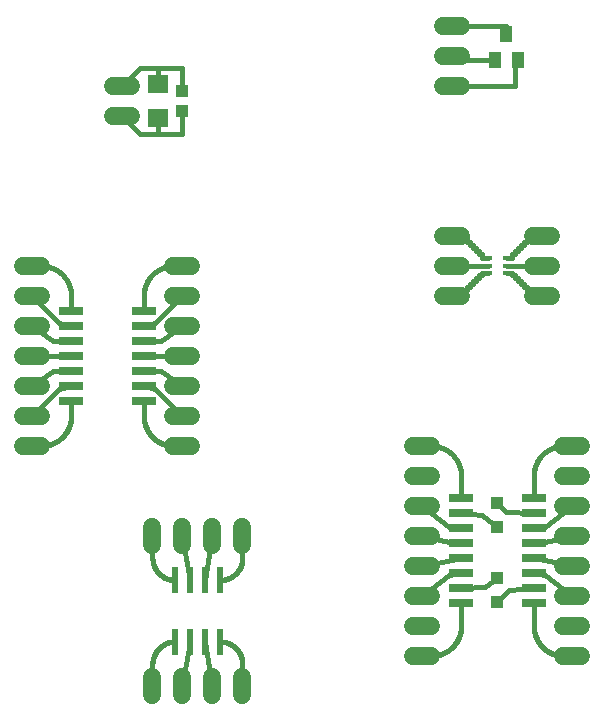
<source format=gtl>
G75*
%MOIN*%
%OFA0B0*%
%FSLAX25Y25*%
%IPPOS*%
%LPD*%
%AMOC8*
5,1,8,0,0,1.08239X$1,22.5*
%
%ADD10R,0.02756X0.01181*%
%ADD11C,0.06000*%
%ADD12R,0.03937X0.05512*%
%ADD13R,0.04331X0.03937*%
%ADD14R,0.07098X0.06299*%
%ADD15R,0.08000X0.02600*%
%ADD16R,0.02362X0.08661*%
%ADD17C,0.01600*%
%ADD18R,0.03962X0.03962*%
D10*
X0217162Y0159954D03*
X0217162Y0162513D03*
X0217162Y0165072D03*
X0223461Y0165072D03*
X0223461Y0162513D03*
X0223461Y0159954D03*
D11*
X0068312Y0102513D02*
X0062312Y0102513D01*
X0062312Y0112513D02*
X0068312Y0112513D01*
X0068312Y0122513D02*
X0062312Y0122513D01*
X0062312Y0132513D02*
X0068312Y0132513D01*
X0068312Y0142513D02*
X0062312Y0142513D01*
X0062312Y0152513D02*
X0068312Y0152513D01*
X0068312Y0162513D02*
X0062312Y0162513D01*
X0112312Y0162513D02*
X0118312Y0162513D01*
X0118312Y0152513D02*
X0112312Y0152513D01*
X0112312Y0142513D02*
X0118312Y0142513D01*
X0118312Y0132513D02*
X0112312Y0132513D01*
X0112312Y0122513D02*
X0118312Y0122513D01*
X0118312Y0112513D02*
X0112312Y0112513D01*
X0112312Y0102513D02*
X0118312Y0102513D01*
X0115312Y0075513D02*
X0115312Y0069513D01*
X0105312Y0069513D02*
X0105312Y0075513D01*
X0125312Y0075513D02*
X0125312Y0069513D01*
X0135312Y0069513D02*
X0135312Y0075513D01*
X0135312Y0025513D02*
X0135312Y0019513D01*
X0125312Y0019513D02*
X0125312Y0025513D01*
X0115312Y0025513D02*
X0115312Y0019513D01*
X0105312Y0019513D02*
X0105312Y0025513D01*
X0192312Y0032513D02*
X0198312Y0032513D01*
X0198312Y0042513D02*
X0192312Y0042513D01*
X0192312Y0052513D02*
X0198312Y0052513D01*
X0198312Y0062513D02*
X0192312Y0062513D01*
X0192312Y0072513D02*
X0198312Y0072513D01*
X0198312Y0082513D02*
X0192312Y0082513D01*
X0192312Y0092513D02*
X0198312Y0092513D01*
X0198312Y0102513D02*
X0192312Y0102513D01*
X0242312Y0102513D02*
X0248312Y0102513D01*
X0248312Y0092513D02*
X0242312Y0092513D01*
X0242312Y0082513D02*
X0248312Y0082513D01*
X0248312Y0072513D02*
X0242312Y0072513D01*
X0242312Y0062513D02*
X0248312Y0062513D01*
X0248312Y0052513D02*
X0242312Y0052513D01*
X0242312Y0042513D02*
X0248312Y0042513D01*
X0248312Y0032513D02*
X0242312Y0032513D01*
X0238312Y0152513D02*
X0232312Y0152513D01*
X0232312Y0162513D02*
X0238312Y0162513D01*
X0238312Y0172513D02*
X0232312Y0172513D01*
X0208312Y0172513D02*
X0202312Y0172513D01*
X0202312Y0162513D02*
X0208312Y0162513D01*
X0208312Y0152513D02*
X0202312Y0152513D01*
X0202312Y0222513D02*
X0208312Y0222513D01*
X0208312Y0232513D02*
X0202312Y0232513D01*
X0202312Y0242513D02*
X0208312Y0242513D01*
X0098312Y0222513D02*
X0092312Y0222513D01*
X0092312Y0212513D02*
X0098312Y0212513D01*
D12*
X0219572Y0231182D03*
X0227052Y0231182D03*
X0223312Y0239843D03*
D13*
X0115312Y0220859D03*
X0115312Y0214166D03*
D14*
X0107312Y0211914D03*
X0107312Y0223111D03*
D15*
X0102412Y0147513D03*
X0102412Y0142513D03*
X0102412Y0137513D03*
X0102412Y0132513D03*
X0102412Y0127513D03*
X0102412Y0122513D03*
X0102412Y0117513D03*
X0078212Y0117513D03*
X0078212Y0122513D03*
X0078212Y0127513D03*
X0078212Y0132513D03*
X0078212Y0137513D03*
X0078212Y0142513D03*
X0078212Y0147513D03*
X0208212Y0085013D03*
X0208212Y0080013D03*
X0208212Y0075013D03*
X0208212Y0070013D03*
X0208212Y0065013D03*
X0208212Y0060013D03*
X0208212Y0055013D03*
X0208212Y0050013D03*
X0232412Y0050013D03*
X0232412Y0055013D03*
X0232412Y0060013D03*
X0232412Y0065013D03*
X0232412Y0070013D03*
X0232412Y0075013D03*
X0232412Y0080013D03*
X0232412Y0085013D03*
D16*
X0127812Y0057749D03*
X0122812Y0057749D03*
X0117812Y0057749D03*
X0112812Y0057749D03*
X0112812Y0037277D03*
X0117812Y0037277D03*
X0122812Y0037277D03*
X0127812Y0037277D03*
D17*
X0122812Y0037277D02*
X0125312Y0022513D01*
X0135312Y0029777D02*
X0135310Y0029958D01*
X0135303Y0030139D01*
X0135292Y0030320D01*
X0135277Y0030501D01*
X0135257Y0030681D01*
X0135233Y0030861D01*
X0135205Y0031040D01*
X0135172Y0031218D01*
X0135135Y0031395D01*
X0135094Y0031572D01*
X0135049Y0031747D01*
X0134999Y0031922D01*
X0134945Y0032095D01*
X0134887Y0032266D01*
X0134825Y0032437D01*
X0134758Y0032605D01*
X0134688Y0032772D01*
X0134614Y0032938D01*
X0134535Y0033101D01*
X0134453Y0033262D01*
X0134367Y0033422D01*
X0134277Y0033579D01*
X0134183Y0033734D01*
X0134086Y0033887D01*
X0133984Y0034037D01*
X0133880Y0034185D01*
X0133771Y0034331D01*
X0133660Y0034473D01*
X0133544Y0034613D01*
X0133426Y0034750D01*
X0133304Y0034885D01*
X0133179Y0035016D01*
X0133051Y0035144D01*
X0132920Y0035269D01*
X0132785Y0035391D01*
X0132648Y0035509D01*
X0132508Y0035625D01*
X0132366Y0035736D01*
X0132220Y0035845D01*
X0132072Y0035949D01*
X0131922Y0036051D01*
X0131769Y0036148D01*
X0131614Y0036242D01*
X0131457Y0036332D01*
X0131297Y0036418D01*
X0131136Y0036500D01*
X0130973Y0036579D01*
X0130807Y0036653D01*
X0130640Y0036723D01*
X0130472Y0036790D01*
X0130301Y0036852D01*
X0130130Y0036910D01*
X0129957Y0036964D01*
X0129782Y0037014D01*
X0129607Y0037059D01*
X0129430Y0037100D01*
X0129253Y0037137D01*
X0129075Y0037170D01*
X0128896Y0037198D01*
X0128716Y0037222D01*
X0128536Y0037242D01*
X0128355Y0037257D01*
X0128174Y0037268D01*
X0127993Y0037275D01*
X0127812Y0037277D01*
X0117812Y0037277D02*
X0115312Y0022513D01*
X0105312Y0029777D02*
X0105314Y0029958D01*
X0105321Y0030139D01*
X0105332Y0030320D01*
X0105347Y0030501D01*
X0105367Y0030681D01*
X0105391Y0030861D01*
X0105419Y0031040D01*
X0105452Y0031218D01*
X0105489Y0031395D01*
X0105530Y0031572D01*
X0105575Y0031747D01*
X0105625Y0031922D01*
X0105679Y0032095D01*
X0105737Y0032266D01*
X0105799Y0032437D01*
X0105866Y0032605D01*
X0105936Y0032772D01*
X0106010Y0032938D01*
X0106089Y0033101D01*
X0106171Y0033262D01*
X0106257Y0033422D01*
X0106347Y0033579D01*
X0106441Y0033734D01*
X0106538Y0033887D01*
X0106640Y0034037D01*
X0106744Y0034185D01*
X0106853Y0034331D01*
X0106964Y0034473D01*
X0107080Y0034613D01*
X0107198Y0034750D01*
X0107320Y0034885D01*
X0107445Y0035016D01*
X0107573Y0035144D01*
X0107704Y0035269D01*
X0107839Y0035391D01*
X0107976Y0035509D01*
X0108116Y0035625D01*
X0108258Y0035736D01*
X0108404Y0035845D01*
X0108552Y0035949D01*
X0108702Y0036051D01*
X0108855Y0036148D01*
X0109010Y0036242D01*
X0109167Y0036332D01*
X0109327Y0036418D01*
X0109488Y0036500D01*
X0109651Y0036579D01*
X0109817Y0036653D01*
X0109984Y0036723D01*
X0110152Y0036790D01*
X0110323Y0036852D01*
X0110494Y0036910D01*
X0110667Y0036964D01*
X0110842Y0037014D01*
X0111017Y0037059D01*
X0111194Y0037100D01*
X0111371Y0037137D01*
X0111549Y0037170D01*
X0111728Y0037198D01*
X0111908Y0037222D01*
X0112088Y0037242D01*
X0112269Y0037257D01*
X0112450Y0037268D01*
X0112631Y0037275D01*
X0112812Y0037277D01*
X0105312Y0029777D02*
X0105312Y0022513D01*
X0135312Y0022513D02*
X0135312Y0029777D01*
X0122812Y0057749D02*
X0125312Y0072513D01*
X0135312Y0065249D02*
X0135310Y0065068D01*
X0135303Y0064887D01*
X0135292Y0064706D01*
X0135277Y0064525D01*
X0135257Y0064345D01*
X0135233Y0064165D01*
X0135205Y0063986D01*
X0135172Y0063808D01*
X0135135Y0063631D01*
X0135094Y0063454D01*
X0135049Y0063279D01*
X0134999Y0063104D01*
X0134945Y0062931D01*
X0134887Y0062760D01*
X0134825Y0062589D01*
X0134758Y0062421D01*
X0134688Y0062254D01*
X0134614Y0062088D01*
X0134535Y0061925D01*
X0134453Y0061764D01*
X0134367Y0061604D01*
X0134277Y0061447D01*
X0134183Y0061292D01*
X0134086Y0061139D01*
X0133984Y0060989D01*
X0133880Y0060841D01*
X0133771Y0060695D01*
X0133660Y0060553D01*
X0133544Y0060413D01*
X0133426Y0060276D01*
X0133304Y0060141D01*
X0133179Y0060010D01*
X0133051Y0059882D01*
X0132920Y0059757D01*
X0132785Y0059635D01*
X0132648Y0059517D01*
X0132508Y0059401D01*
X0132366Y0059290D01*
X0132220Y0059181D01*
X0132072Y0059077D01*
X0131922Y0058975D01*
X0131769Y0058878D01*
X0131614Y0058784D01*
X0131457Y0058694D01*
X0131297Y0058608D01*
X0131136Y0058526D01*
X0130973Y0058447D01*
X0130807Y0058373D01*
X0130640Y0058303D01*
X0130472Y0058236D01*
X0130301Y0058174D01*
X0130130Y0058116D01*
X0129957Y0058062D01*
X0129782Y0058012D01*
X0129607Y0057967D01*
X0129430Y0057926D01*
X0129253Y0057889D01*
X0129075Y0057856D01*
X0128896Y0057828D01*
X0128716Y0057804D01*
X0128536Y0057784D01*
X0128355Y0057769D01*
X0128174Y0057758D01*
X0127993Y0057751D01*
X0127812Y0057749D01*
X0117812Y0057749D02*
X0115312Y0072513D01*
X0105312Y0065249D02*
X0105314Y0065068D01*
X0105321Y0064887D01*
X0105332Y0064706D01*
X0105347Y0064525D01*
X0105367Y0064345D01*
X0105391Y0064165D01*
X0105419Y0063986D01*
X0105452Y0063808D01*
X0105489Y0063631D01*
X0105530Y0063454D01*
X0105575Y0063279D01*
X0105625Y0063104D01*
X0105679Y0062931D01*
X0105737Y0062760D01*
X0105799Y0062589D01*
X0105866Y0062421D01*
X0105936Y0062254D01*
X0106010Y0062088D01*
X0106089Y0061925D01*
X0106171Y0061764D01*
X0106257Y0061604D01*
X0106347Y0061447D01*
X0106441Y0061292D01*
X0106538Y0061139D01*
X0106640Y0060989D01*
X0106744Y0060841D01*
X0106853Y0060695D01*
X0106964Y0060553D01*
X0107080Y0060413D01*
X0107198Y0060276D01*
X0107320Y0060141D01*
X0107445Y0060010D01*
X0107573Y0059882D01*
X0107704Y0059757D01*
X0107839Y0059635D01*
X0107976Y0059517D01*
X0108116Y0059401D01*
X0108258Y0059290D01*
X0108404Y0059181D01*
X0108552Y0059077D01*
X0108702Y0058975D01*
X0108855Y0058878D01*
X0109010Y0058784D01*
X0109167Y0058694D01*
X0109327Y0058608D01*
X0109488Y0058526D01*
X0109651Y0058447D01*
X0109817Y0058373D01*
X0109984Y0058303D01*
X0110152Y0058236D01*
X0110323Y0058174D01*
X0110494Y0058116D01*
X0110667Y0058062D01*
X0110842Y0058012D01*
X0111017Y0057967D01*
X0111194Y0057926D01*
X0111371Y0057889D01*
X0111549Y0057856D01*
X0111728Y0057828D01*
X0111908Y0057804D01*
X0112088Y0057784D01*
X0112269Y0057769D01*
X0112450Y0057758D01*
X0112631Y0057751D01*
X0112812Y0057749D01*
X0105312Y0065249D02*
X0105312Y0072513D01*
X0135312Y0072513D02*
X0135312Y0065249D01*
X0115312Y0102513D02*
X0112412Y0102513D01*
X0112170Y0102516D01*
X0111929Y0102525D01*
X0111688Y0102539D01*
X0111447Y0102560D01*
X0111207Y0102586D01*
X0110967Y0102618D01*
X0110728Y0102656D01*
X0110491Y0102699D01*
X0110254Y0102749D01*
X0110019Y0102804D01*
X0109785Y0102864D01*
X0109553Y0102931D01*
X0109322Y0103002D01*
X0109093Y0103080D01*
X0108866Y0103163D01*
X0108641Y0103251D01*
X0108418Y0103345D01*
X0108198Y0103444D01*
X0107980Y0103549D01*
X0107765Y0103658D01*
X0107552Y0103773D01*
X0107342Y0103893D01*
X0107136Y0104018D01*
X0106932Y0104148D01*
X0106731Y0104283D01*
X0106534Y0104423D01*
X0106340Y0104567D01*
X0106150Y0104716D01*
X0105964Y0104870D01*
X0105781Y0105028D01*
X0105602Y0105190D01*
X0105427Y0105357D01*
X0105256Y0105528D01*
X0105089Y0105703D01*
X0104927Y0105882D01*
X0104769Y0106065D01*
X0104615Y0106251D01*
X0104466Y0106441D01*
X0104322Y0106635D01*
X0104182Y0106832D01*
X0104047Y0107033D01*
X0103917Y0107237D01*
X0103792Y0107443D01*
X0103672Y0107653D01*
X0103557Y0107866D01*
X0103448Y0108081D01*
X0103343Y0108299D01*
X0103244Y0108519D01*
X0103150Y0108742D01*
X0103062Y0108967D01*
X0102979Y0109194D01*
X0102901Y0109423D01*
X0102830Y0109654D01*
X0102763Y0109886D01*
X0102703Y0110120D01*
X0102648Y0110355D01*
X0102598Y0110592D01*
X0102555Y0110829D01*
X0102517Y0111068D01*
X0102485Y0111308D01*
X0102459Y0111548D01*
X0102438Y0111789D01*
X0102424Y0112030D01*
X0102415Y0112271D01*
X0102412Y0112513D01*
X0102412Y0117513D01*
X0102412Y0122513D02*
X0106312Y0121513D01*
X0115312Y0112513D01*
X0115312Y0122513D02*
X0108312Y0127513D01*
X0102412Y0127513D01*
X0102412Y0132513D02*
X0115312Y0132513D01*
X0108312Y0137513D02*
X0115312Y0142513D01*
X0108312Y0137513D02*
X0102412Y0137513D01*
X0102412Y0142513D02*
X0106312Y0143513D01*
X0115312Y0152513D01*
X0112412Y0162513D02*
X0112170Y0162510D01*
X0111929Y0162501D01*
X0111688Y0162487D01*
X0111447Y0162466D01*
X0111207Y0162440D01*
X0110967Y0162408D01*
X0110728Y0162370D01*
X0110491Y0162327D01*
X0110254Y0162277D01*
X0110019Y0162222D01*
X0109785Y0162162D01*
X0109553Y0162095D01*
X0109322Y0162024D01*
X0109093Y0161946D01*
X0108866Y0161863D01*
X0108641Y0161775D01*
X0108418Y0161681D01*
X0108198Y0161582D01*
X0107980Y0161477D01*
X0107765Y0161368D01*
X0107552Y0161253D01*
X0107342Y0161133D01*
X0107136Y0161008D01*
X0106932Y0160878D01*
X0106731Y0160743D01*
X0106534Y0160603D01*
X0106340Y0160459D01*
X0106150Y0160310D01*
X0105964Y0160156D01*
X0105781Y0159998D01*
X0105602Y0159836D01*
X0105427Y0159669D01*
X0105256Y0159498D01*
X0105089Y0159323D01*
X0104927Y0159144D01*
X0104769Y0158961D01*
X0104615Y0158775D01*
X0104466Y0158585D01*
X0104322Y0158391D01*
X0104182Y0158194D01*
X0104047Y0157993D01*
X0103917Y0157789D01*
X0103792Y0157583D01*
X0103672Y0157373D01*
X0103557Y0157160D01*
X0103448Y0156945D01*
X0103343Y0156727D01*
X0103244Y0156507D01*
X0103150Y0156284D01*
X0103062Y0156059D01*
X0102979Y0155832D01*
X0102901Y0155603D01*
X0102830Y0155372D01*
X0102763Y0155140D01*
X0102703Y0154906D01*
X0102648Y0154671D01*
X0102598Y0154434D01*
X0102555Y0154197D01*
X0102517Y0153958D01*
X0102485Y0153718D01*
X0102459Y0153478D01*
X0102438Y0153237D01*
X0102424Y0152996D01*
X0102415Y0152755D01*
X0102412Y0152513D01*
X0102412Y0147513D01*
X0112412Y0162513D02*
X0115312Y0162513D01*
X0078212Y0152513D02*
X0078212Y0147513D01*
X0078212Y0142513D02*
X0074312Y0143513D01*
X0065312Y0152513D01*
X0068212Y0162513D02*
X0068454Y0162510D01*
X0068695Y0162501D01*
X0068936Y0162487D01*
X0069177Y0162466D01*
X0069417Y0162440D01*
X0069657Y0162408D01*
X0069896Y0162370D01*
X0070133Y0162327D01*
X0070370Y0162277D01*
X0070605Y0162222D01*
X0070839Y0162162D01*
X0071071Y0162095D01*
X0071302Y0162024D01*
X0071531Y0161946D01*
X0071758Y0161863D01*
X0071983Y0161775D01*
X0072206Y0161681D01*
X0072426Y0161582D01*
X0072644Y0161477D01*
X0072859Y0161368D01*
X0073072Y0161253D01*
X0073282Y0161133D01*
X0073488Y0161008D01*
X0073692Y0160878D01*
X0073893Y0160743D01*
X0074090Y0160603D01*
X0074284Y0160459D01*
X0074474Y0160310D01*
X0074660Y0160156D01*
X0074843Y0159998D01*
X0075022Y0159836D01*
X0075197Y0159669D01*
X0075368Y0159498D01*
X0075535Y0159323D01*
X0075697Y0159144D01*
X0075855Y0158961D01*
X0076009Y0158775D01*
X0076158Y0158585D01*
X0076302Y0158391D01*
X0076442Y0158194D01*
X0076577Y0157993D01*
X0076707Y0157789D01*
X0076832Y0157583D01*
X0076952Y0157373D01*
X0077067Y0157160D01*
X0077176Y0156945D01*
X0077281Y0156727D01*
X0077380Y0156507D01*
X0077474Y0156284D01*
X0077562Y0156059D01*
X0077645Y0155832D01*
X0077723Y0155603D01*
X0077794Y0155372D01*
X0077861Y0155140D01*
X0077921Y0154906D01*
X0077976Y0154671D01*
X0078026Y0154434D01*
X0078069Y0154197D01*
X0078107Y0153958D01*
X0078139Y0153718D01*
X0078165Y0153478D01*
X0078186Y0153237D01*
X0078200Y0152996D01*
X0078209Y0152755D01*
X0078212Y0152513D01*
X0068212Y0162513D02*
X0065312Y0162513D01*
X0065312Y0142513D02*
X0072312Y0137513D01*
X0078212Y0137513D01*
X0078212Y0132513D02*
X0065312Y0132513D01*
X0072312Y0127513D02*
X0065312Y0122513D01*
X0072312Y0127513D02*
X0078212Y0127513D01*
X0078212Y0122513D02*
X0074312Y0121513D01*
X0065312Y0112513D01*
X0068212Y0102513D02*
X0068454Y0102516D01*
X0068695Y0102525D01*
X0068936Y0102539D01*
X0069177Y0102560D01*
X0069417Y0102586D01*
X0069657Y0102618D01*
X0069896Y0102656D01*
X0070133Y0102699D01*
X0070370Y0102749D01*
X0070605Y0102804D01*
X0070839Y0102864D01*
X0071071Y0102931D01*
X0071302Y0103002D01*
X0071531Y0103080D01*
X0071758Y0103163D01*
X0071983Y0103251D01*
X0072206Y0103345D01*
X0072426Y0103444D01*
X0072644Y0103549D01*
X0072859Y0103658D01*
X0073072Y0103773D01*
X0073282Y0103893D01*
X0073488Y0104018D01*
X0073692Y0104148D01*
X0073893Y0104283D01*
X0074090Y0104423D01*
X0074284Y0104567D01*
X0074474Y0104716D01*
X0074660Y0104870D01*
X0074843Y0105028D01*
X0075022Y0105190D01*
X0075197Y0105357D01*
X0075368Y0105528D01*
X0075535Y0105703D01*
X0075697Y0105882D01*
X0075855Y0106065D01*
X0076009Y0106251D01*
X0076158Y0106441D01*
X0076302Y0106635D01*
X0076442Y0106832D01*
X0076577Y0107033D01*
X0076707Y0107237D01*
X0076832Y0107443D01*
X0076952Y0107653D01*
X0077067Y0107866D01*
X0077176Y0108081D01*
X0077281Y0108299D01*
X0077380Y0108519D01*
X0077474Y0108742D01*
X0077562Y0108967D01*
X0077645Y0109194D01*
X0077723Y0109423D01*
X0077794Y0109654D01*
X0077861Y0109886D01*
X0077921Y0110120D01*
X0077976Y0110355D01*
X0078026Y0110592D01*
X0078069Y0110829D01*
X0078107Y0111068D01*
X0078139Y0111308D01*
X0078165Y0111548D01*
X0078186Y0111789D01*
X0078200Y0112030D01*
X0078209Y0112271D01*
X0078212Y0112513D01*
X0078212Y0117513D01*
X0068212Y0102513D02*
X0065312Y0102513D01*
X0101312Y0206513D02*
X0095312Y0212513D01*
X0101312Y0206513D02*
X0107312Y0206513D01*
X0107312Y0211914D01*
X0107312Y0206513D02*
X0115312Y0206513D01*
X0115312Y0214166D01*
X0115312Y0220859D02*
X0115312Y0228513D01*
X0107312Y0228513D01*
X0101312Y0228513D01*
X0095312Y0222513D01*
X0107312Y0223111D02*
X0107312Y0228513D01*
X0205312Y0231182D02*
X0205312Y0232513D01*
X0205312Y0231182D02*
X0219572Y0231182D01*
X0226312Y0231182D02*
X0226312Y0222513D01*
X0205312Y0222513D01*
X0223312Y0239843D02*
X0223312Y0242513D01*
X0205312Y0242513D01*
X0226312Y0231182D02*
X0227052Y0231182D01*
X0231312Y0172513D02*
X0235312Y0172513D01*
X0231312Y0172513D02*
X0231312Y0171513D01*
X0230312Y0171513D01*
X0230312Y0170513D01*
X0229312Y0170513D01*
X0229312Y0169513D01*
X0228312Y0169513D01*
X0228312Y0168513D01*
X0227312Y0168513D01*
X0227312Y0167513D01*
X0226312Y0167513D01*
X0226312Y0166513D01*
X0225312Y0166513D01*
X0225312Y0165072D01*
X0223461Y0165072D01*
X0223461Y0162513D02*
X0235312Y0162513D01*
X0229312Y0156513D02*
X0229312Y0155513D01*
X0230312Y0155513D01*
X0230312Y0154513D01*
X0231312Y0154513D01*
X0231312Y0153513D01*
X0232312Y0153513D01*
X0232312Y0152513D01*
X0235312Y0152513D01*
X0229312Y0156513D02*
X0228312Y0156513D01*
X0228312Y0157513D01*
X0227312Y0157513D01*
X0227312Y0158513D01*
X0226312Y0158513D01*
X0226312Y0159513D01*
X0225312Y0159513D01*
X0225312Y0159954D01*
X0223461Y0159954D01*
X0217162Y0159954D02*
X0215312Y0159954D01*
X0215312Y0159513D01*
X0214312Y0159513D01*
X0214312Y0158513D01*
X0213312Y0158513D01*
X0213312Y0157513D01*
X0212312Y0157513D01*
X0212312Y0156513D01*
X0211312Y0156513D01*
X0211312Y0155513D01*
X0210312Y0155513D01*
X0210312Y0154513D01*
X0209312Y0154513D01*
X0209312Y0153513D01*
X0208312Y0153513D01*
X0208312Y0152513D01*
X0205312Y0152513D01*
X0208312Y0154513D02*
X0209312Y0154513D01*
X0205312Y0162513D02*
X0217162Y0162513D01*
X0217162Y0165072D02*
X0215312Y0165072D01*
X0215312Y0166513D01*
X0214312Y0166513D01*
X0214312Y0167513D01*
X0213312Y0167513D01*
X0213312Y0168513D01*
X0212312Y0168513D01*
X0212312Y0169513D01*
X0211312Y0169513D01*
X0211312Y0170513D01*
X0210312Y0170513D01*
X0210312Y0171513D01*
X0209312Y0171513D01*
X0209312Y0172513D01*
X0205312Y0172513D01*
X0198212Y0102513D02*
X0195312Y0102513D01*
X0198212Y0102513D02*
X0198454Y0102510D01*
X0198695Y0102501D01*
X0198936Y0102487D01*
X0199177Y0102466D01*
X0199417Y0102440D01*
X0199657Y0102408D01*
X0199896Y0102370D01*
X0200133Y0102327D01*
X0200370Y0102277D01*
X0200605Y0102222D01*
X0200839Y0102162D01*
X0201071Y0102095D01*
X0201302Y0102024D01*
X0201531Y0101946D01*
X0201758Y0101863D01*
X0201983Y0101775D01*
X0202206Y0101681D01*
X0202426Y0101582D01*
X0202644Y0101477D01*
X0202859Y0101368D01*
X0203072Y0101253D01*
X0203282Y0101133D01*
X0203488Y0101008D01*
X0203692Y0100878D01*
X0203893Y0100743D01*
X0204090Y0100603D01*
X0204284Y0100459D01*
X0204474Y0100310D01*
X0204660Y0100156D01*
X0204843Y0099998D01*
X0205022Y0099836D01*
X0205197Y0099669D01*
X0205368Y0099498D01*
X0205535Y0099323D01*
X0205697Y0099144D01*
X0205855Y0098961D01*
X0206009Y0098775D01*
X0206158Y0098585D01*
X0206302Y0098391D01*
X0206442Y0098194D01*
X0206577Y0097993D01*
X0206707Y0097789D01*
X0206832Y0097583D01*
X0206952Y0097373D01*
X0207067Y0097160D01*
X0207176Y0096945D01*
X0207281Y0096727D01*
X0207380Y0096507D01*
X0207474Y0096284D01*
X0207562Y0096059D01*
X0207645Y0095832D01*
X0207723Y0095603D01*
X0207794Y0095372D01*
X0207861Y0095140D01*
X0207921Y0094906D01*
X0207976Y0094671D01*
X0208026Y0094434D01*
X0208069Y0094197D01*
X0208107Y0093958D01*
X0208139Y0093718D01*
X0208165Y0093478D01*
X0208186Y0093237D01*
X0208200Y0092996D01*
X0208209Y0092755D01*
X0208212Y0092513D01*
X0208212Y0085013D01*
X0208212Y0080013D02*
X0215312Y0079513D01*
X0220312Y0075513D01*
X0223312Y0080513D02*
X0232412Y0080013D01*
X0232412Y0085013D02*
X0232412Y0092513D01*
X0232415Y0092755D01*
X0232424Y0092996D01*
X0232438Y0093237D01*
X0232459Y0093478D01*
X0232485Y0093718D01*
X0232517Y0093958D01*
X0232555Y0094197D01*
X0232598Y0094434D01*
X0232648Y0094671D01*
X0232703Y0094906D01*
X0232763Y0095140D01*
X0232830Y0095372D01*
X0232901Y0095603D01*
X0232979Y0095832D01*
X0233062Y0096059D01*
X0233150Y0096284D01*
X0233244Y0096507D01*
X0233343Y0096727D01*
X0233448Y0096945D01*
X0233557Y0097160D01*
X0233672Y0097373D01*
X0233792Y0097583D01*
X0233917Y0097789D01*
X0234047Y0097993D01*
X0234182Y0098194D01*
X0234322Y0098391D01*
X0234466Y0098585D01*
X0234615Y0098775D01*
X0234769Y0098961D01*
X0234927Y0099144D01*
X0235089Y0099323D01*
X0235256Y0099498D01*
X0235427Y0099669D01*
X0235602Y0099836D01*
X0235781Y0099998D01*
X0235964Y0100156D01*
X0236150Y0100310D01*
X0236340Y0100459D01*
X0236534Y0100603D01*
X0236731Y0100743D01*
X0236932Y0100878D01*
X0237136Y0101008D01*
X0237342Y0101133D01*
X0237552Y0101253D01*
X0237765Y0101368D01*
X0237980Y0101477D01*
X0238198Y0101582D01*
X0238418Y0101681D01*
X0238641Y0101775D01*
X0238866Y0101863D01*
X0239093Y0101946D01*
X0239322Y0102024D01*
X0239553Y0102095D01*
X0239785Y0102162D01*
X0240019Y0102222D01*
X0240254Y0102277D01*
X0240491Y0102327D01*
X0240728Y0102370D01*
X0240967Y0102408D01*
X0241207Y0102440D01*
X0241447Y0102466D01*
X0241688Y0102487D01*
X0241929Y0102501D01*
X0242170Y0102510D01*
X0242412Y0102513D01*
X0245312Y0102513D01*
X0245312Y0082513D02*
X0236312Y0075513D01*
X0232412Y0075013D01*
X0232412Y0070013D02*
X0236312Y0070513D01*
X0245312Y0072513D01*
X0245312Y0062513D02*
X0236312Y0064513D01*
X0232412Y0065013D01*
X0232412Y0060013D02*
X0236312Y0059513D01*
X0245312Y0052513D01*
X0232412Y0042513D02*
X0232415Y0042271D01*
X0232424Y0042030D01*
X0232438Y0041789D01*
X0232459Y0041548D01*
X0232485Y0041308D01*
X0232517Y0041068D01*
X0232555Y0040829D01*
X0232598Y0040592D01*
X0232648Y0040355D01*
X0232703Y0040120D01*
X0232763Y0039886D01*
X0232830Y0039654D01*
X0232901Y0039423D01*
X0232979Y0039194D01*
X0233062Y0038967D01*
X0233150Y0038742D01*
X0233244Y0038519D01*
X0233343Y0038299D01*
X0233448Y0038081D01*
X0233557Y0037866D01*
X0233672Y0037653D01*
X0233792Y0037443D01*
X0233917Y0037237D01*
X0234047Y0037033D01*
X0234182Y0036832D01*
X0234322Y0036635D01*
X0234466Y0036441D01*
X0234615Y0036251D01*
X0234769Y0036065D01*
X0234927Y0035882D01*
X0235089Y0035703D01*
X0235256Y0035528D01*
X0235427Y0035357D01*
X0235602Y0035190D01*
X0235781Y0035028D01*
X0235964Y0034870D01*
X0236150Y0034716D01*
X0236340Y0034567D01*
X0236534Y0034423D01*
X0236731Y0034283D01*
X0236932Y0034148D01*
X0237136Y0034018D01*
X0237342Y0033893D01*
X0237552Y0033773D01*
X0237765Y0033658D01*
X0237980Y0033549D01*
X0238198Y0033444D01*
X0238418Y0033345D01*
X0238641Y0033251D01*
X0238866Y0033163D01*
X0239093Y0033080D01*
X0239322Y0033002D01*
X0239553Y0032931D01*
X0239785Y0032864D01*
X0240019Y0032804D01*
X0240254Y0032749D01*
X0240491Y0032699D01*
X0240728Y0032656D01*
X0240967Y0032618D01*
X0241207Y0032586D01*
X0241447Y0032560D01*
X0241688Y0032539D01*
X0241929Y0032525D01*
X0242170Y0032516D01*
X0242412Y0032513D01*
X0245312Y0032513D01*
X0232412Y0042513D02*
X0232412Y0050013D01*
X0232412Y0055013D02*
X0224312Y0054513D01*
X0220312Y0050513D01*
X0216312Y0055513D02*
X0208212Y0055013D01*
X0208212Y0060013D02*
X0204312Y0059513D01*
X0195312Y0052513D01*
X0195312Y0062513D02*
X0205312Y0064513D01*
X0208212Y0065013D01*
X0208212Y0070013D02*
X0204312Y0070513D01*
X0195312Y0072513D01*
X0204312Y0075513D02*
X0195312Y0082513D01*
X0204312Y0075513D02*
X0208212Y0075013D01*
X0220312Y0083513D02*
X0223312Y0080513D01*
X0220312Y0058513D02*
X0216312Y0055513D01*
X0208212Y0050013D02*
X0208212Y0042513D01*
X0208209Y0042271D01*
X0208200Y0042030D01*
X0208186Y0041789D01*
X0208165Y0041548D01*
X0208139Y0041308D01*
X0208107Y0041068D01*
X0208069Y0040829D01*
X0208026Y0040592D01*
X0207976Y0040355D01*
X0207921Y0040120D01*
X0207861Y0039886D01*
X0207794Y0039654D01*
X0207723Y0039423D01*
X0207645Y0039194D01*
X0207562Y0038967D01*
X0207474Y0038742D01*
X0207380Y0038519D01*
X0207281Y0038299D01*
X0207176Y0038081D01*
X0207067Y0037866D01*
X0206952Y0037653D01*
X0206832Y0037443D01*
X0206707Y0037237D01*
X0206577Y0037033D01*
X0206442Y0036832D01*
X0206302Y0036635D01*
X0206158Y0036441D01*
X0206009Y0036251D01*
X0205855Y0036065D01*
X0205697Y0035882D01*
X0205535Y0035703D01*
X0205368Y0035528D01*
X0205197Y0035357D01*
X0205022Y0035190D01*
X0204843Y0035028D01*
X0204660Y0034870D01*
X0204474Y0034716D01*
X0204284Y0034567D01*
X0204090Y0034423D01*
X0203893Y0034283D01*
X0203692Y0034148D01*
X0203488Y0034018D01*
X0203282Y0033893D01*
X0203072Y0033773D01*
X0202859Y0033658D01*
X0202644Y0033549D01*
X0202426Y0033444D01*
X0202206Y0033345D01*
X0201983Y0033251D01*
X0201758Y0033163D01*
X0201531Y0033080D01*
X0201302Y0033002D01*
X0201071Y0032931D01*
X0200839Y0032864D01*
X0200605Y0032804D01*
X0200370Y0032749D01*
X0200133Y0032699D01*
X0199896Y0032656D01*
X0199657Y0032618D01*
X0199417Y0032586D01*
X0199177Y0032560D01*
X0198936Y0032539D01*
X0198695Y0032525D01*
X0198454Y0032516D01*
X0198212Y0032513D01*
X0195312Y0032513D01*
D18*
X0220312Y0050513D03*
X0220312Y0058513D03*
X0220312Y0075513D03*
X0220312Y0083513D03*
M02*

</source>
